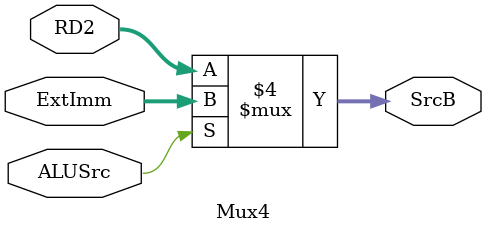
<source format=v>
`timescale 1ns / 1ps


module Mux4(
    input      [31:0]  RD2,
    input      [31:0]  ExtImm,
    input              ALUSrc,
    output reg [31:0]  SrcB
    );
    
    always @(*) begin
        if (ALUSrc == 0) begin
            SrcB = RD2;
        end else begin
            SrcB = ExtImm;
        end
    end
    
endmodule
</source>
